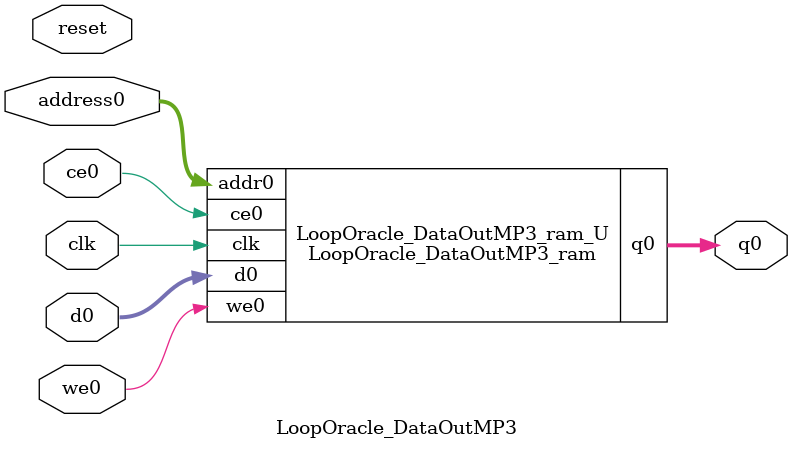
<source format=v>
`timescale 1 ns / 1 ps
module LoopOracle_DataOutMP3_ram (addr0, ce0, d0, we0, q0,  clk);

parameter DWIDTH = 32;
parameter AWIDTH = 8;
parameter MEM_SIZE = 192;

input[AWIDTH-1:0] addr0;
input ce0;
input[DWIDTH-1:0] d0;
input we0;
output reg[DWIDTH-1:0] q0;
input clk;

(* ram_style = "block" *)reg [DWIDTH-1:0] ram[0:MEM_SIZE-1];




always @(posedge clk)  
begin 
    if (ce0) 
    begin
        if (we0) 
        begin 
            ram[addr0] <= d0; 
        end 
        q0 <= ram[addr0];
    end
end


endmodule

`timescale 1 ns / 1 ps
module LoopOracle_DataOutMP3(
    reset,
    clk,
    address0,
    ce0,
    we0,
    d0,
    q0);

parameter DataWidth = 32'd32;
parameter AddressRange = 32'd192;
parameter AddressWidth = 32'd8;
input reset;
input clk;
input[AddressWidth - 1:0] address0;
input ce0;
input we0;
input[DataWidth - 1:0] d0;
output[DataWidth - 1:0] q0;



LoopOracle_DataOutMP3_ram LoopOracle_DataOutMP3_ram_U(
    .clk( clk ),
    .addr0( address0 ),
    .ce0( ce0 ),
    .we0( we0 ),
    .d0( d0 ),
    .q0( q0 ));

endmodule


</source>
